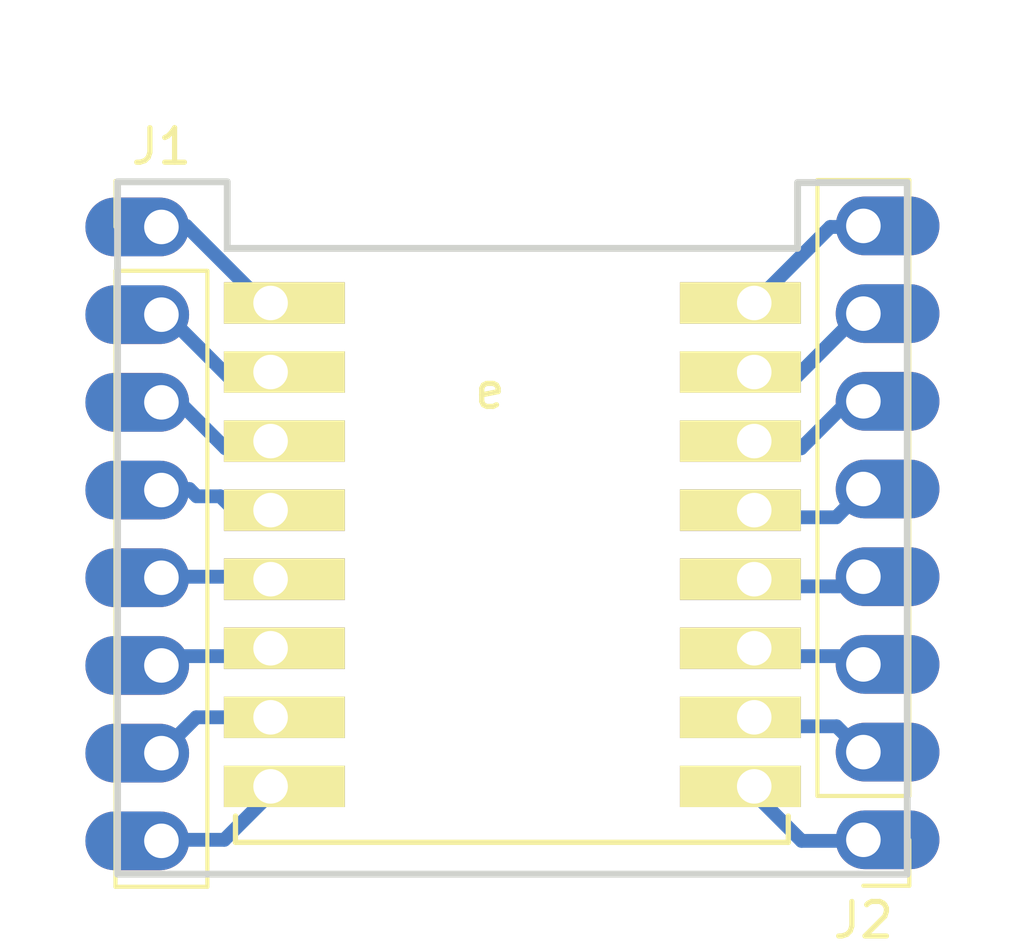
<source format=kicad_pcb>
(kicad_pcb (version 20211014) (generator pcbnew)
  (layers (0 "F.Cu" signal) (31 "B.Cu" signal) (34 "B.Paste" user) (35 "F.Paste" user) (36 "B.SilkS" user "B.Silkscreen") (37 "F.SilkS" user "F.Silkscreen") (38 "B.Mask" user) (39 "F.Mask" user) (44 "Edge.Cuts" user))
  (net 0 "")
  (net 1 "Net-(J1-Pad1)")
  (net 2 "Net-(J1-Pad2)")
  (net 3 "Net-(J1-Pad3)")
  (net 4 "Net-(J1-Pad4)")
  (net 5 "Net-(J1-Pad5)")
  (net 6 "Net-(J1-Pad6)")
  (net 7 "Net-(J1-Pad7)")
  (net 8 "Net-(J1-Pad8)")
  (net 9 "Net-(U1-Pad9)")
  (net 10 "Net-(U1-Pad16)")
  (net 11 "Net-(U1-Pad15)")
  (net 12 "Net-(U1-Pad14)")
  (net 13 "Net-(U1-Pad13)")
  (net 14 "Net-(U1-Pad12)")
  (net 15 "Net-(U1-Pad11)")
  (net 16 "Net-(U1-Pad10)")
  (footprint "ESP8266:ESP-12E" (layer "F.Cu") (at 139.05 77.147)
    (fp_text reference "e" (at 6.35 2.54) (layer "F.SilkS"))
    (fp_text value "ESP-12E" hide)
    (fp_line (start 14.986 15.621) (end 14.986 14.859) (layer "F.SilkS") (width 0.1524))
    (fp_line (start -1.016 14.859) (end -1.016 15.621) (layer "F.SilkS") (width 0.1524))
    (fp_line (start -1.016 15.621) (end 14.986 15.621) (layer "F.SilkS") (width 0.1524))
    (pad "1" thru_hole rect (at 0 0) (size 3.5 1.2) (drill 1 (offset 0.4 0)) (layers *.Cu *.Mask "F.SilkS") (net 1 "Net-(J1-Pad1)"))
    (pad "2" thru_hole rect (at 0 2) (size 3.5 1.2) (drill 1 (offset 0.4 0)) (layers *.Cu *.Mask "F.SilkS") (net 2 "Net-(J1-Pad2)"))
    (pad "3" thru_hole rect (at 0 4) (size 3.5 1.2) (drill 1 (offset 0.4 0)) (layers *.Cu *.Mask "F.SilkS") (net 3 "Net-(J1-Pad3)"))
    (pad "4" thru_hole rect (at 0 6) (size 3.5 1.2) (drill 1 (offset 0.4 0)) (layers *.Cu *.Mask "F.SilkS") (net 4 "Net-(J1-Pad4)"))
    (pad "5" thru_hole rect (at 0 8) (size 3.5 1.2) (drill 1 (offset 0.4 0)) (layers *.Cu *.Mask "F.SilkS") (net 5 "Net-(J1-Pad5)"))
    (pad "6" thru_hole rect (at 0 10) (size 3.5 1.2) (drill 1 (offset 0.4 0)) (layers *.Cu *.Mask "F.SilkS") (net 6 "Net-(J1-Pad6)"))
    (pad "7" thru_hole rect (at 0 12) (size 3.5 1.2) (drill 1 (offset 0.4 0)) (layers *.Cu *.Mask "F.SilkS") (net 7 "Net-(J1-Pad7)"))
    (pad "8" thru_hole rect (at 0 14) (size 3.5 1.2) (drill 1 (offset 0.4 0)) (layers *.Cu *.Mask "F.SilkS") (net 8 "Net-(J1-Pad8)"))
    (pad "9" thru_hole rect (at 14 14 180) (size 3.5 1.2) (drill 1 (offset 0.4 0)) (layers *.Cu *.Mask "F.SilkS") (net 9 "Net-(U1-Pad9)"))
    (pad "10" thru_hole rect (at 14 12 180) (size 3.5 1.2) (drill 1 (offset 0.4 0)) (layers *.Cu *.Mask "F.SilkS") (net 16 "Net-(U1-Pad10)"))
    (pad "11" thru_hole rect (at 14 10 180) (size 3.5 1.2) (drill 1 (offset 0.4 0)) (layers *.Cu *.Mask "F.SilkS") (net 15 "Net-(U1-Pad11)"))
    (pad "12" thru_hole rect (at 14 8 180) (size 3.5 1.2) (drill 1 (offset 0.4 0)) (layers *.Cu *.Mask "F.SilkS") (net 14 "Net-(U1-Pad12)"))
    (pad "13" thru_hole rect (at 14 6 180) (size 3.5 1.2) (drill 1 (offset 0.4 0)) (layers *.Cu *.Mask "F.SilkS") (net 13 "Net-(U1-Pad13)"))
    (pad "14" thru_hole rect (at 14 4 180) (size 3.5 1.2) (drill 1 (offset 0.4 0)) (layers *.Cu *.Mask "F.SilkS") (net 12 "Net-(U1-Pad14)"))
    (pad "15" thru_hole rect (at 14 2 180) (size 3.5 1.2) (drill 1 (offset 0.4 0)) (layers *.Cu *.Mask "F.SilkS") (net 11 "Net-(U1-Pad15)"))
    (pad "16" thru_hole rect (at 14 0 180) (size 3.5 1.2) (drill 1 (offset 0.4 0)) (layers *.Cu *.Mask "F.SilkS") (net 10 "Net-(U1-Pad16)"))
  )
  (footprint "Connector_PinHeader_2.54mm:PinHeader_1x08_P2.54mm_Vertical" (layer "F.Cu") (at 135.889998 74.945)
    (fp_text reference "J1" (at 0 -2.33) (layer "F.SilkS"))
    (fp_text value "Conn_01x08")
    (fp_line (start 1.33 1.27) (end 1.33 19.11) (layer "F.SilkS") (width 0.12))
    (fp_line (start -1.33 -1.33) (end 0 -1.33) (layer "F.SilkS") (width 0.12))
    (fp_line (start -1.33 1.27) (end 1.33 1.27) (layer "F.SilkS") (width 0.12))
    (fp_line (start -1.33 19.11) (end 1.33 19.11) (layer "F.SilkS") (width 0.12))
    (fp_line (start -1.33 0) (end -1.33 -1.33) (layer "F.SilkS") (width 0.12))
    (fp_line (start -1.33 1.27) (end -1.33 19.11) (layer "F.SilkS") (width 0.12))
    (pad "1" thru_hole oval (at 0 0) (size 3 1.7) (drill 1 (offset -0.7 0)) (layers *.Cu *.Mask) (net 1 "Net-(J1-Pad1)"))
    (pad "2" thru_hole oval (at 0 2.54) (size 3 1.7) (drill 1 (offset -0.7 0)) (layers *.Cu *.Mask) (net 2 "Net-(J1-Pad2)"))
    (pad "3" thru_hole oval (at 0 5.08) (size 3 1.7) (drill 1 (offset -0.7 0)) (layers *.Cu *.Mask) (net 3 "Net-(J1-Pad3)"))
    (pad "4" thru_hole oval (at 0 7.62) (size 3 1.7) (drill 1 (offset -0.7 0)) (layers *.Cu *.Mask) (net 4 "Net-(J1-Pad4)"))
    (pad "5" thru_hole oval (at 0 10.16) (size 3 1.7) (drill 1 (offset -0.7 0)) (layers *.Cu *.Mask) (net 5 "Net-(J1-Pad5)"))
    (pad "6" thru_hole oval (at 0 12.7) (size 3 1.7) (drill 1 (offset -0.7 0)) (layers *.Cu *.Mask) (net 6 "Net-(J1-Pad6)"))
    (pad "7" thru_hole oval (at 0 15.24) (size 3 1.7) (drill 1 (offset -0.7 0)) (layers *.Cu *.Mask) (net 7 "Net-(J1-Pad7)"))
    (pad "8" thru_hole oval (at 0 17.78) (size 3 1.7) (drill 1 (offset -0.7 0)) (layers *.Cu *.Mask) (net 8 "Net-(J1-Pad8)"))
  )
  (footprint "Connector_PinHeader_2.54mm:PinHeader_1x08_P2.54mm_Vertical" (layer "F.Cu") (at 156.21 92.695 180)
    (fp_text reference "J2" (at 0 -2.33) (layer "F.SilkS"))
    (fp_text value "Conn_01x08")
    (fp_line (start -1.33 0) (end -1.33 -1.33) (layer "F.SilkS") (width 0.12))
    (fp_line (start -1.33 1.27) (end 1.33 1.27) (layer "F.SilkS") (width 0.12))
    (fp_line (start -1.33 19.11) (end 1.33 19.11) (layer "F.SilkS") (width 0.12))
    (fp_line (start 1.33 1.27) (end 1.33 19.11) (layer "F.SilkS") (width 0.12))
    (fp_line (start -1.33 1.27) (end -1.33 19.11) (layer "F.SilkS") (width 0.12))
    (fp_line (start -1.33 -1.33) (end 0 -1.33) (layer "F.SilkS") (width 0.12))
    (pad "1" thru_hole oval (at 0 0 180) (size 3 1.7) (drill 1 (offset -0.7 0)) (layers *.Cu *.Mask) (net 9 "Net-(U1-Pad9)"))
    (pad "2" thru_hole oval (at 0 2.54 180) (size 3 1.7) (drill 1 (offset -0.7 0)) (layers *.Cu *.Mask) (net 16 "Net-(U1-Pad10)"))
    (pad "3" thru_hole oval (at 0 5.08 180) (size 3 1.7) (drill 1 (offset -0.7 0)) (layers *.Cu *.Mask) (net 15 "Net-(U1-Pad11)"))
    (pad "4" thru_hole oval (at 0 7.62 180) (size 3 1.7) (drill 1 (offset -0.7 0)) (layers *.Cu *.Mask) (net 14 "Net-(U1-Pad12)"))
    (pad "5" thru_hole oval (at 0 10.16 180) (size 3 1.7) (drill 1 (offset -0.7 0)) (layers *.Cu *.Mask) (net 13 "Net-(U1-Pad13)"))
    (pad "6" thru_hole oval (at 0 12.7 180) (size 3 1.7) (drill 1 (offset -0.7 0)) (layers *.Cu *.Mask) (net 12 "Net-(U1-Pad14)"))
    (pad "7" thru_hole oval (at 0 15.24 180) (size 3 1.7) (drill 1 (offset -0.7 0)) (layers *.Cu *.Mask) (net 11 "Net-(U1-Pad15)"))
    (pad "8" thru_hole oval (at 0 17.78 180) (size 3 1.7) (drill 1 (offset -0.7 0)) (layers *.Cu *.Mask) (net 10 "Net-(U1-Pad16)"))
  )
  (gr_poly (pts (xy 137.794998 75.565) (xy 154.304998 75.565) (xy 154.304998 73.66) (xy 157.479998 73.66) (xy 157.479999 93.689919) (xy 134.619999 93.689919) (xy 134.619998 73.63693) (xy 137.794998 73.63693)) (layer "Edge.Cuts") (width 0.2) (fill none))
  (segment (start 136.61 74.915) (end 139.05 77.355) (width 0.4) (layer "B.Cu") (net 1))
  (segment (start 135.89 74.915) (end 136.61 74.915) (width 0.4) (layer "B.Cu") (net 1))
  (segment (start 137.9 79.355) (end 139.05 79.355) (width 0.4) (layer "B.Cu") (net 2))
  (segment (start 135.89 77.455) (end 136 77.455) (width 0.4) (layer "B.Cu") (net 2))
  (segment (start 136 77.455) (end 137.9 79.355) (width 0.4) (layer "B.Cu") (net 2))
  (segment (start 135.89 79.995) (end 136.383 79.995) (width 0.4) (layer "B.Cu") (net 3))
  (segment (start 136.383 79.995) (end 137.743 81.355) (width 0.4) (layer "B.Cu") (net 3))
  (segment (start 137.743 81.355) (end 139.05 81.355) (width 0.4) (layer "B.Cu") (net 3))
  (segment (start 136.912 82.747) (end 137.594944 82.747) (width 0.4) (layer "B.Cu") (net 4))
  (segment (start 137.594944 82.747) (end 138.202944 83.355) (width 0.4) (layer "B.Cu") (net 4))
  (segment (start 136.7 82.535) (end 136.912 82.747) (width 0.4) (layer "B.Cu") (net 4))
  (segment (start 138.202944 83.355) (end 139.05 83.355) (width 0.4) (layer "B.Cu") (net 4))
  (segment (start 135.89 82.535) (end 136.7 82.535) (width 0.4) (layer "B.Cu") (net 4))
  (segment (start 138.77 85.075) (end 139.05 85.355) (width 0.4) (layer "B.Cu") (net 5))
  (segment (start 135.89 85.075) (end 138.77 85.075) (width 0.4) (layer "B.Cu") (net 5))
  (segment (start 139.029 87.376) (end 139.05 87.355) (width 0.4) (layer "B.Cu") (net 6))
  (segment (start 135.89 87.615) (end 136.129 87.376) (width 0.4) (layer "B.Cu") (net 6))
  (segment (start 136.129 87.376) (end 139.029 87.376) (width 0.4) (layer "B.Cu") (net 6))
  (segment (start 135.89 90.155) (end 136.898 89.147) (width 0.4) (layer "B.Cu") (net 7))
  (segment (start 136.898 89.147) (end 139.05 89.147) (width 0.4) (layer "B.Cu") (net 7))
  (segment (start 139.05 89.147) (end 139.05 89.355) (width 0.4) (layer "B.Cu") (net 7))
  (segment (start 137.71 92.695) (end 139.05 91.355) (width 0.4) (layer "B.Cu") (net 8))
  (segment (start 135.89 92.695) (end 137.71 92.695) (width 0.4) (layer "B.Cu") (net 8))
  (segment (start 154.42 92.725) (end 156.21 92.725) (width 0.4) (layer "B.Cu") (net 9))
  (segment (start 153.05 91.355) (end 154.42 92.725) (width 0.4) (layer "B.Cu") (net 9))
  (segment (start 153.05 77.355) (end 153.05 77.147) (width 0.4) (layer "B.Cu") (net 10))
  (segment (start 155.252 74.945) (end 156.21 74.945) (width 0.4) (layer "B.Cu") (net 10))
  (segment (start 153.05 77.147) (end 155.252 74.945) (width 0.4) (layer "B.Cu") (net 10))
  (segment (start 156.07 77.485) (end 156.21 77.485) (width 0.4) (layer "B.Cu") (net 11))
  (segment (start 154.2 79.355) (end 156.07 77.485) (width 0.4) (layer "B.Cu") (net 11))
  (segment (start 153.05 79.355) (end 154.2 79.355) (width 0.4) (layer "B.Cu") (net 11))
  (segment (start 153.05 81.355) (end 154.4055 81.355) (width 0.4) (layer "B.Cu") (net 12))
  (segment (start 154.4055 81.355) (end 155.7355 80.025) (width 0.4) (layer "B.Cu") (net 12))
  (segment (start 155.7355 80.025) (end 156.21 80.025) (width 0.4) (layer "B.Cu") (net 12))
  (segment (start 155.42 83.355) (end 156.21 82.565) (width 0.4) (layer "B.Cu") (net 13))
  (segment (start 153.05 83.355) (end 155.42 83.355) (width 0.4) (layer "B.Cu") (net 13))
  (segment (start 153.05 85.355) (end 155.96 85.355) (width 0.4) (layer "B.Cu") (net 14))
  (segment (start 155.96 85.355) (end 156.21 85.105) (width 0.4) (layer "B.Cu") (net 14))
  (segment (start 155.941 87.376) (end 156.21 87.645) (width 0.4) (layer "B.Cu") (net 15))
  (segment (start 153.071 87.376) (end 155.941 87.376) (width 0.4) (layer "B.Cu") (net 15))
  (segment (start 153.05 87.355) (end 153.071 87.376) (width 0.4) (layer "B.Cu") (net 15))
  (segment (start 153.103 89.408) (end 155.433 89.408) (width 0.4) (layer "B.Cu") (net 16))
  (segment (start 153.05 89.355) (end 153.103 89.408) (width 0.4) (layer "B.Cu") (net 16))
  (segment (start 155.433 89.408) (end 156.21 90.185) (width 0.4) (layer "B.Cu") (net 16))
)
</source>
